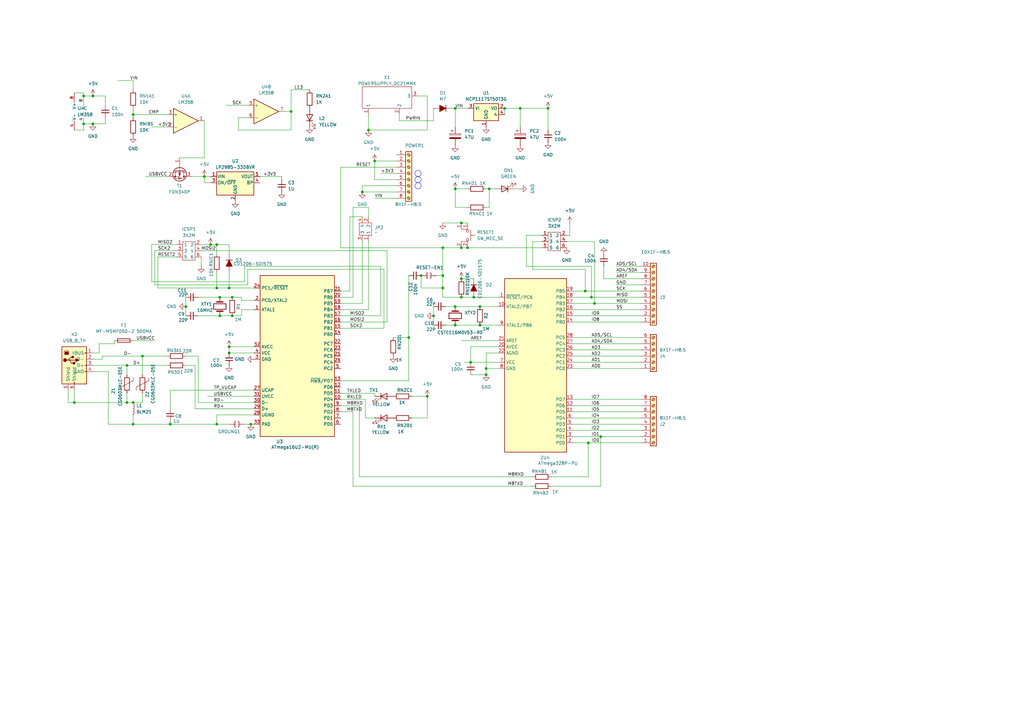
<source format=kicad_sch>
(kicad_sch (version 20231120) (generator "eeschema") (generator_version "8.0")
  (paper "A3")
  (lib_symbols
    (symbol "Amplifier_Operational:LM358" (pin_names (offset 0.127))
      (property "Reference" "U" (at 0 5.08 0))
      (property "Value" "LM358" (at 0 -5.08 0))
      (symbol "LM358_1_1"
        (pin output line (at 7.62 0 180) (length 2.54) (name "~") (number "1"))
        (pin input line (at -7.62 -2.54 0) (length 2.54) (name "-") (number "2"))
        (pin input line (at -7.62 2.54 0) (length 2.54) (name "+") (number "3"))
      )
      (symbol "LM358_2_1"
        (pin input line (at -7.62 2.54 0) (length 2.54) (name "+") (number "5"))
        (pin input line (at -7.62 -2.54 0) (length 2.54) (name "-") (number "6"))
        (pin output line (at 7.62 0 180) (length 2.54) (name "~") (number "7"))
      )
      (symbol "LM358_3_1"
        (pin power_in line (at -2.54 -7.62 90) (length 3.81) (name "V-") (number "4"))
        (pin power_in line (at -2.54 7.62 270) (length 3.81) (name "V+") (number "8"))
      )
    )
    (symbol "Connector:Screw_Terminal_01x06" (pin_names (offset 1.016) hide)
      (property "Reference" "J" (at 0 7.62 0))
      (property "Value" "Screw_Terminal_01x06" (at 0 -10.16 0))
      (symbol "Screw_Terminal_01x06_1_1"
        (pin passive line (at -5.08 5.08 0) (length 3.81) (name "Pin_1") (number "1"))
        (pin passive line (at -5.08 2.54 0) (length 3.81) (name "Pin_2") (number "2"))
        (pin passive line (at -5.08 0 0) (length 3.81) (name "Pin_3") (number "3"))
        (pin passive line (at -5.08 -2.54 0) (length 3.81) (name "Pin_4") (number "4"))
        (pin passive line (at -5.08 -5.08 0) (length 3.81) (name "Pin_5") (number "5"))
        (pin passive line (at -5.08 -7.62 0) (length 3.81) (name "Pin_6") (number "6"))
      )
    )
    (symbol "Connector:Screw_Terminal_01x08" (pin_names (offset 1.016) hide)
      (property "Reference" "J" (at 0 10.16 0))
      (property "Value" "Screw_Terminal_01x08" (at 0 -12.7 0))
      (symbol "Screw_Terminal_01x08_1_1"
        (pin passive line (at -5.08 7.62 0) (length 3.81) (name "Pin_1") (number "1"))
        (pin passive line (at -5.08 5.08 0) (length 3.81) (name "Pin_2") (number "2"))
        (pin passive line (at -5.08 2.54 0) (length 3.81) (name "Pin_3") (number "3"))
        (pin passive line (at -5.08 0 0) (length 3.81) (name "Pin_4") (number "4"))
        (pin passive line (at -5.08 -2.54 0) (length 3.81) (name "Pin_5") (number "5"))
        (pin passive line (at -5.08 -5.08 0) (length 3.81) (name "Pin_6") (number "6"))
        (pin passive line (at -5.08 -7.62 0) (length 3.81) (name "Pin_7") (number "7"))
        (pin passive line (at -5.08 -10.16 0) (length 3.81) (name "Pin_8") (number "8"))
      )
    )
    (symbol "Connector:Screw_Terminal_01x10" (pin_names (offset 1.016) hide)
      (property "Reference" "J" (at 0 12.7 0))
      (property "Value" "Screw_Terminal_01x10" (at 0 -15.24 0))
      (symbol "Screw_Terminal_01x10_1_1"
        (pin passive line (at -5.08 10.16 0) (length 3.81) (name "Pin_1") (number "1"))
        (pin passive line (at -5.08 -12.7 0) (length 3.81) (name "Pin_10") (number "10"))
        (pin passive line (at -5.08 7.62 0) (length 3.81) (name "Pin_2") (number "2"))
        (pin passive line (at -5.08 5.08 0) (length 3.81) (name "Pin_3") (number "3"))
        (pin passive line (at -5.08 2.54 0) (length 3.81) (name "Pin_4") (number "4"))
        (pin passive line (at -5.08 0 0) (length 3.81) (name "Pin_5") (number "5"))
        (pin passive line (at -5.08 -2.54 0) (length 3.81) (name "Pin_6") (number "6"))
        (pin passive line (at -5.08 -5.08 0) (length 3.81) (name "Pin_7") (number "7"))
        (pin passive line (at -5.08 -7.62 0) (length 3.81) (name "Pin_8") (number "8"))
        (pin passive line (at -5.08 -10.16 0) (length 3.81) (name "Pin_9") (number "9"))
      )
    )
    (symbol "Crystal_2" (pin_numbers hide) (pin_names (offset 1.016) hide)
      (property "Reference" "XTY2" (at 1.016 7.874 90))
      (property "Value" "CSTCE16M0V53-R0" (at -5.842 9.906 90))
      (symbol "Crystal_2_1_1"
        (pin passive line (at -3.81 0 0) (length 1.27) (name "1") (number "1"))
        (pin passive line (at 3.81 0 180) (length 1.27) (name "3") (number "3"))
      )
    )
    (symbol "Device:C_Polarized" (pin_numbers hide) (pin_names (offset 0.254))
      (property "Reference" "C" (at 0.635 2.54 0))
      (property "Value" "C_Polarized" (at 0.635 -2.54 0))
      (symbol "C_Polarized_1_1"
        (pin passive line (at 0 3.81 270) (length 2.794) (name "~") (number "1"))
        (pin passive line (at 0 -3.81 90) (length 2.794) (name "~") (number "2"))
      )
    )
    (symbol "Device:C_Small" (pin_numbers hide) (pin_names (offset 0.254) hide)
      (property "Reference" "C" (at 0.254 1.778 0))
      (property "Value" "C_Small" (at 0.254 -2.032 0))
      (symbol "C_Small_1_1"
        (pin passive line (at 0 2.54 270) (length 2.032) (name "~") (number "1"))
        (pin passive line (at 0 -2.54 90) (length 2.032) (name "~") (number "2"))
      )
    )
    (symbol "Device:Crystal" (pin_numbers hide) (pin_names (offset 1.016) hide)
      (property "Reference" "Y" (at 0 3.81 0))
      (property "Value" "Crystal" (at 0 -3.81 0))
      (symbol "Crystal_1_1"
        (pin passive line (at -3.81 0 0) (length 1.27) (name "1") (number "1"))
        (pin passive line (at 3.81 0 180) (length 1.27) (name "2") (number "2"))
      )
    )
    (symbol "Device:D_Filled" (pin_numbers hide) (pin_names (offset 1.016) hide)
      (property "Reference" "D" (at 0 2.54 0))
      (property "Value" "D_Filled" (at 0 -2.54 0))
      (symbol "D_Filled_1_1"
        (pin passive line (at -3.81 0 0) (length 2.54) (name "K") (number "1"))
        (pin passive line (at 3.81 0 180) (length 2.54) (name "A") (number "2"))
      )
    )
    (symbol "Device:Fuse" (pin_numbers hide) (pin_names (offset 0))
      (property "Reference" "F" (at 2.032 0 90))
      (property "Value" "Fuse" (at -1.905 0 90))
      (symbol "Fuse_1_1"
        (pin passive line (at 0 3.81 270) (length 1.27) (name "~") (number "1"))
        (pin passive line (at 0 -3.81 90) (length 1.27) (name "~") (number "2"))
      )
    )
    (symbol "Device:LED" (pin_numbers hide) (pin_names (offset 1.016) hide)
      (property "Reference" "D" (at 0 2.54 0))
      (property "Value" "LED" (at 0 -2.54 0))
      (symbol "LED_1_1"
        (pin passive line (at -3.81 0 0) (length 2.54) (name "K") (number "1"))
        (pin passive line (at 3.81 0 180) (length 2.54) (name "A") (number "2"))
      )
    )
    (symbol "Device:L_Small" (pin_numbers hide) (pin_names (offset 0.254) hide)
      (property "Reference" "L" (at 0.762 1.016 0))
      (property "Value" "L_Small" (at 0.762 -1.016 0))
      (symbol "L_Small_1_1"
        (pin passive line (at 0 2.54 270) (length 0.508) (name "~") (number "1"))
        (pin passive line (at 0 -2.54 90) (length 0.508) (name "~") (number "2"))
      )
    )
    (symbol "Device:R" (pin_numbers hide) (pin_names (offset 0))
      (property "Reference" "R" (at 2.032 0 90))
      (property "Value" "R" (at 0 0 90))
      (symbol "R_1_1"
        (pin passive line (at 0 3.81 270) (length 1.27) (name "~") (number "1"))
        (pin passive line (at 0 -3.81 90) (length 1.27) (name "~") (number "2"))
      )
    )
    (symbol "MCU_Microchip_ATmega:ATmega16U2-M"
      (property "Reference" "U3" (at 2.1941 -35.56 0))
      (property "Value" "ATmega16U2-MU(R)" (at 2.1941 -38.1 0))
      (symbol "ATmega16U2-M_1_1"
        (pin input line (at -17.78 19.05 0) (length 2.54) (name "XTAL1") (number "1"))
        (pin bidirectional line (at 17.78 -17.78 180) (length 2.54) (name "PD4") (number "10"))
        (pin bidirectional line (at 17.78 -15.24 180) (length 2.54) (name "PD5") (number "11"))
        (pin bidirectional line (at 17.78 -12.7 180) (length 2.54) (name "PD6") (number "12"))
        (pin bidirectional line (at 17.78 -10.16 180) (length 2.54) (name "~{HWB}/PD7") (number "13"))
        (pin bidirectional line (at 17.78 8.89 180) (length 2.54) (name "PB0") (number "14"))
        (pin bidirectional line (at 17.78 11.43 180) (length 2.54) (name "PB1") (number "15"))
        (pin bidirectional line (at 17.78 13.97 180) (length 2.54) (name "PB2") (number "16"))
        (pin bidirectional line (at 17.78 16.51 180) (length 2.54) (name "PB3") (number "17"))
        (pin bidirectional line (at 17.78 19.05 180) (length 2.54) (name "PB4") (number "18"))
        (pin bidirectional line (at 17.78 21.59 180) (length 2.54) (name "PB5") (number "19"))
        (pin bidirectional line (at -17.78 22.86 0) (length 2.54) (name "PC0/XTAL2") (number "2"))
        (pin bidirectional line (at 17.78 24.13 180) (length 2.54) (name "PB6") (number "20"))
        (pin bidirectional line (at 17.78 26.67 180) (length 2.54) (name "PB7") (number "21"))
        (pin bidirectional line (at 17.78 5.08 180) (length 2.54) (name "PC7") (number "22"))
        (pin bidirectional line (at 17.78 2.54 180) (length 2.54) (name "PC6") (number "23"))
        (pin bidirectional line (at -17.78 27.94 0) (length 2.54) (name "PC1/~{RESET}") (number "24"))
        (pin bidirectional line (at 17.78 0 180) (length 2.54) (name "PC5") (number "25"))
        (pin bidirectional line (at 17.78 -2.54 180) (length 2.54) (name "PC4") (number "26"))
        (pin passive line (at -17.78 -13.97 0) (length 2.54) (name "UCAP") (number "27"))
        (pin power_in line (at -17.78 -24.13 0) (length 2.54) (name "UGND") (number "28"))
        (pin bidirectional line (at -17.78 -21.59 0) (length 2.54) (name "D+") (number "29"))
        (pin power_in line (at -17.78 -1.27 0) (length 2.54) (name "GND") (number "3"))
        (pin bidirectional line (at -17.78 -19.05 0) (length 2.54) (name "D-") (number "30"))
        (pin power_in line (at -17.78 -16.51 0) (length 2.54) (name "UVCC") (number "31"))
        (pin power_in line (at -17.78 3.81 0) (length 2.54) (name "AVCC") (number "32"))
        (pin passive line (at -17.78 -27.94 0) (length 2.54) (name "PAD") (number "33"))
        (pin power_in line (at -17.78 1.27 0) (length 2.54) (name "VCC") (number "4"))
        (pin bidirectional line (at 17.78 -5.08 180) (length 2.54) (name "PC2") (number "5"))
        (pin bidirectional line (at 17.78 -27.94 180) (length 2.54) (name "PD0") (number "6"))
        (pin bidirectional line (at 17.78 -25.4 180) (length 2.54) (name "PD1") (number "7"))
        (pin bidirectional line (at 17.78 -22.86 180) (length 2.54) (name "PD2") (number "8"))
        (pin bidirectional line (at 17.78 -20.32 180) (length 2.54) (name "PD3") (number "9"))
      )
    )
    (symbol "MCU_Microchip_ATmega:ATmega328P-P"
      (property "Reference" "ZU4" (at 3.81 -37.846 0))
      (property "Value" "ATmega328P-PU" (at 9.144 -40.132 0))
      (symbol "ATmega328P-P_1_1"
        (pin bidirectional line (at -15.24 27.94 0) (length 2.54) (name "~{RESET}/PC6") (number "1"))
        (pin bidirectional line (at -15.24 24.13 0) (length 2.54) (name "XTAL2/PB7") (number "10"))
        (pin bidirectional line (at 15.24 -19.05 180) (length 2.54) (name "PD5") (number "11"))
        (pin bidirectional line (at 15.24 -16.51 180) (length 2.54) (name "PD6") (number "12"))
        (pin bidirectional line (at 15.24 -13.97 180) (length 2.54) (name "PD7") (number "13"))
        (pin bidirectional line (at 15.24 17.78 180) (length 2.54) (name "PB0") (number "14"))
        (pin bidirectional line (at 15.24 20.32 180) (length 2.54) (name "PB1") (number "15"))
        (pin bidirectional line (at 15.24 22.86 180) (length 2.54) (name "PB2") (number "16"))
        (pin bidirectional line (at 15.24 25.4 180) (length 2.54) (name "PB3") (number "17"))
        (pin bidirectional line (at 15.24 27.94 180) (length 2.54) (name "PB4") (number "18"))
        (pin bidirectional line (at 15.24 30.48 180) (length 2.54) (name "PB5") (number "19"))
        (pin bidirectional line (at 15.24 -31.75 180) (length 2.54) (name "PD0") (number "2"))
        (pin power_in line (at -15.24 7.62 0) (length 2.54) (name "AVCC") (number "20"))
        (pin passive line (at -15.24 10.16 0) (length 2.54) (name "AREF") (number "21"))
        (pin passive line (at -15.24 5.08 0) (length 2.54) (name "AGND") (number "22"))
        (pin bidirectional line (at 15.24 -1.27 180) (length 2.54) (name "PC0") (number "23"))
        (pin bidirectional line (at 15.24 1.27 180) (length 2.54) (name "PC1") (number "24"))
        (pin bidirectional line (at 15.24 3.81 180) (length 2.54) (name "PC2") (number "25"))
        (pin bidirectional line (at 15.24 6.35 180) (length 2.54) (name "PC3") (number "26"))
        (pin bidirectional line (at 15.24 8.89 180) (length 2.54) (name "PC4") (number "27"))
        (pin bidirectional line (at 15.24 11.43 180) (length 2.54) (name "PC5") (number "28"))
        (pin bidirectional line (at 15.24 -29.21 180) (length 2.54) (name "PD1") (number "3"))
        (pin bidirectional line (at 15.24 -26.67 180) (length 2.54) (name "PD2") (number "4"))
        (pin bidirectional line (at 15.24 -24.13 180) (length 2.54) (name "PD3") (number "5"))
        (pin bidirectional line (at 15.24 -21.59 180) (length 2.54) (name "PD4") (number "6"))
        (pin power_in line (at -15.24 1.27 0) (length 2.54) (name "VCC") (number "7"))
        (pin power_in line (at -15.24 -1.27 0) (length 2.54) (name "GND") (number "8"))
        (pin bidirectional line (at -15.24 16.51 0) (length 2.54) (name "XTAL1/PB6") (number "9"))
      )
    )
    (symbol "NCP1117-5.0_SOT223_1"
      (property "Reference" "U1" (at 0 6.35 0))
      (property "Value" "NCP1117ST50T3G" (at 0 3.81 0))
      (symbol "NCP1117-5.0_SOT223_1_1_1"
        (pin power_in line (at 0 -7.62 90) (length 2.54) (name "GND") (number "1"))
        (pin power_out line (at 7.62 0 180) (length 2.54) (name "VO") (number "2"))
        (pin power_in line (at -7.62 0 0) (length 2.54) (name "VI") (number "3"))
        (pin power_out line (at 7.62 -2.54 180) (length 2.54) (name "4") (number "4"))
      )
    )
    (symbol "R_1" (pin_numbers hide) (pin_names (offset 0))
      (property "Reference" "R2" (at -1.27 2.54 0))
      (property "Value" "1M" (at 2.794 1.016 90))
      (symbol "R_1_1_1"
        (pin passive line (at -3.81 0 0) (length 1.27) (name "~") (number "1"))
        (pin passive line (at 2.54 0 180) (length 1.27) (name "~") (number "2"))
      )
    )
    (symbol "R_Trim_1" (pin_numbers hide) (pin_names (offset 0))
      (property "Reference" "R3" (at 3.81 1.2701 0))
      (property "Value" "R_Trim" (at 3.81 -1.2699 0))
      (symbol "R_Trim_1_1_1"
        (pin passive line (at 0 3.81 270) (length 1.27) (name "~") (number "1"))
        (pin passive line (at 0 -3.81 90) (length 1.27) (name "~") (number "2"))
      )
    )
    (symbol "Regulator_Linear:LP2985-3.3" (pin_names (offset 0.254))
      (property "Reference" "U" (at -6.35 5.715 0))
      (property "Value" "LP2985-3.3" (at 0 5.715 0))
      (symbol "LP2985-3.3_1_1"
        (pin power_in line (at -10.16 2.54 0) (length 2.54) (name "VIN") (number "1"))
        (pin power_in line (at 0 -7.62 90) (length 2.54) (name "GND") (number "2"))
        (pin input line (at -10.16 0 0) (length 2.54) (name "ON/~{OFF}") (number "3"))
        (pin input line (at 10.16 0 180) (length 2.54) (name "BP") (number "4"))
        (pin power_out line (at 10.16 2.54 180) (length 2.54) (name "VOUT") (number "5"))
      )
    )
    (symbol "Switch:SW_MEC_5E" (pin_names (offset 1.016) hide)
      (property "Reference" "RESET1" (at -1.2701 6.35 90))
      (property "Value" "SW_MEC_5E" (at 1.2699 6.35 90))
      (symbol "SW_MEC_5E_0_1"
        (pin passive line (at -5.08 0 0) (length 2.54) (name "1") (number "1"))
        (pin passive line (at -5.08 2.54 0) (length 2.54) (name "1") (number "1"))
        (pin passive line (at 5.08 0 180) (length 2.54) (name "2") (number "2"))
        (pin passive line (at 5.08 2.54 180) (length 2.54) (name "2") (number "2"))
      )
    )
    (symbol "THUN88:2X2"
      (property "Reference" "JP" (at 0 0 0))
      (symbol "2X2_1_1"
        (pin passive line (at -5.08 -5.08 0) (length 2.54) (name "1") (number "1"))
        (pin passive line (at 5.08 -5.08 180) (length 2.54) (name "2") (number "2"))
        (pin passive line (at -5.08 -2.54 0) (length 2.54) (name "3") (number "3"))
        (pin passive line (at 5.08 -2.54 180) (length 2.54) (name "4") (number "4"))
      )
    )
    (symbol "THUN88:3X2"
      (property "Reference" "JP" (at 0 2.286 0))
      (symbol "3X2_1_1"
        (pin passive line (at -5.08 0 0) (length 2.54) (name "1") (number "1"))
        (pin passive line (at 5.08 0 180) (length 2.54) (name "2") (number "2"))
        (pin passive line (at -5.08 -2.54 0) (length 2.54) (name "3") (number "3"))
        (pin passive line (at 5.08 -2.54 180) (length 2.54) (name "4") (number "4"))
        (pin passive line (at -5.08 -5.08 0) (length 2.54) (name "5") (number "5"))
        (pin passive line (at 5.08 -5.08 180) (length 2.54) (name "6") (number "6"))
      )
    )
    (symbol "THUN88:POWERSUPPLY_DC21MMX"
      (property "Reference" "X" (at 0 0 0))
      (symbol "POWERSUPPLY_DC21MMX_1_1"
        (pin input line (at 2.54 -11.43 90) (length 2.54) (name "1") (number "1"))
        (pin output line (at 15.24 -11.43 90) (length 2.54) (name "2") (number "2"))
        (pin input line (at 22.86 -3.81 180) (length 2.54) (name "3") (number "3"))
      )
    )
    (symbol "Transistor_FET:FDN340P" (pin_names hide)
      (property "Reference" "Q" (at 5.08 1.905 0))
      (property "Value" "FDN340P" (at 5.08 0 0))
      (symbol "FDN340P_1_1"
        (pin input line (at -5.08 0 0) (length 2.54) (name "G") (number "1"))
        (pin passive line (at 2.54 -5.08 90) (length 2.54) (name "S") (number "2"))
        (pin passive line (at 2.54 5.08 270) (length 2.54) (name "D") (number "3"))
      )
    )
    (symbol "USB_B_1" (pin_names (offset 1.016))
      (property "Reference" "X2" (at 0 12.7 0))
      (property "Value" "USB_B_TH" (at 0 10.16 0))
      (symbol "USB_B_1_1_1"
        (pin power_out line (at 7.62 5.08 180) (length 2.54) (name "VBUS") (number "1"))
        (pin bidirectional line (at 7.62 2.54 180) (length 2.54) (name "D-") (number "2"))
        (pin bidirectional line (at 7.62 0 180) (length 2.54) (name "D+") (number "3"))
        (pin power_out line (at 7.62 -2.54 180) (length 2.54) (name "GND") (number "4"))
        (pin passive line (at -2.54 -10.16 90) (length 2.54) (name "Shield") (number "5"))
        (pin passive line (at 0 -10.16 90) (length 2.54) (name "Shield") (number "6"))
      )
    )
    (symbol "power:+5V" (power) (pin_numbers hide) (pin_names (offset 0) hide)
      (property "Value" "+5V" (at 0 3.556 0))
      (symbol "+5V_1_1"
        (pin power_in line (at 0 0 90) (length 0) (name "~") (number "1"))
      )
    )
    (symbol "power:GND" (power) (pin_numbers hide) (pin_names (offset 0) hide)
      (property "Value" "GND" (at 0 -3.81 0))
      (symbol "GND_1_1"
        (pin power_in line (at 0 0 270) (length 0) (name "~") (number "1"))
      )
    )
  )
  (junction (at 196.85 125.73))
  (junction (at 88.9 100.33))
  (junction (at 83.82 72.39))
  (junction (at 52.07 165.1))
  (junction (at 189.23 101.6))
  (junction (at 189.23 121.92))
  (junction (at 194.31 121.92))
  (junction (at 52.07 149.86))
  (junction (at 242.57 121.92))
  (junction (at 54.61 46.99))
  (junction (at 175.26 162.56))
  (junction (at 153.67 66.04))
  (junction (at 191.77 101.6))
  (junction (at 181.61 101.6))
  (junction (at 224.79 44.45))
  (junction (at 69.85 173.99))
  (junction (at 30.48 165.1))
  (junction (at 186.69 77.47))
  (junction (at 193.04 148.59))
  (junction (at 181.61 113.03))
  (junction (at 93.98 144.78))
  (junction (at 186.69 133.35))
  (junction (at 246.38 179.07))
  (junction (at 243.84 124.46))
  (junction (at 196.85 133.35))
  (junction (at 90.17 129.54))
  (junction (at 167.64 138.43))
  (junction (at 186.69 125.73))
  (junction (at 189.23 91.44))
  (junction (at 189.23 114.3))
  (junction (at 241.3 181.61))
  (junction (at 93.98 118.11))
  (junction (at 172.72 113.03))
  (junction (at 148.59 78.74))
  (junction (at 200.66 77.47))
  (junction (at 213.36 44.45))
  (junction (at 88.9 118.11))
  (junction (at 86.36 100.33))
  (junction (at 54.61 173.99))
  (junction (at 38.1 39.37))
  (junction (at 95.25 129.54))
  (junction (at 151.13 53.34))
  (junction (at 88.9 173.99))
  (junction (at 199.39 153.67))
  (junction (at 207.01 44.45))
  (junction (at 76.2 125.73))
  (junction (at 54.61 165.1))
  (junction (at 34.29 39.37))
  (junction (at 38.1 50.8))
  (junction (at 177.8 129.54))
  (junction (at 58.42 146.05))
  (junction (at 93.98 142.24))
  (junction (at 181.61 118.11))
  (junction (at 119.38 45.72))
  (junction (at 102.87 173.99))
  (junction (at 186.69 44.45))
  (junction (at 34.29 50.8))
  (junction (at 240.03 119.38))
  (junction (at 95.25 121.92))
  (junction (at 90.17 121.92))
  (junction (at 199.39 151.13))
  (wire (pts (xy 204.47 144.78) (xy 199.39 144.78)))
  (wire (pts (xy 93.98 118.11) (xy 88.9 118.11)))
  (wire (pts (xy 43.18 39.37) (xy 38.1 39.37)))
  (wire (pts (xy 34.29 48.26) (xy 34.29 50.8)))
  (wire (pts (xy 62.23 100.33) (xy 72.39 100.33)))
  (wire (pts (xy 234.95 132.08) (xy 262.89 132.08)))
  (wire (pts (xy 222.25 99.06) (xy 218.44 99.06)))
  (wire (pts (xy 189.23 121.92) (xy 194.31 121.92)))
  (wire (pts (xy 186.69 125.73) (xy 196.85 125.73)))
  (wire (pts (xy 151.13 46.99) (xy 151.13 53.34)))
  (wire (pts (xy 143.51 88.9) (xy 143.51 119.38)))
  (wire (pts (xy 153.67 81.28) (xy 162.56 81.28)))
  (wire (pts (xy 85.09 162.56) (xy 104.14 162.56)))
  (wire (pts (xy 69.85 160.02) (xy 69.85 167.64)))
  (wire (pts (xy 252.73 109.22) (xy 262.89 109.22)))
  (wire (pts (xy 97.79 53.34) (xy 119.38 53.34)))
  (wire (pts (xy 88.9 118.11) (xy 64.77 118.11)))
  (wire (pts (xy 58.42 161.29) (xy 58.42 165.1)))
  (wire (pts (xy 151.13 127) (xy 139.7 127)))
  (wire (pts (xy 63.5 116.84) (xy 63.5 102.87)))
  (wire (pts (xy 119.38 36.83) (xy 127 36.83)))
  (wire (pts (xy 40.64 144.78) (xy 40.64 140.97)))
  (wire (pts (xy 52.07 149.86) (xy 68.58 149.86)))
  (wire (pts (xy 181.61 121.92) (xy 181.61 118.11)))
  (wire (pts (xy 168.91 162.56) (xy 175.26 162.56)))
  (wire (pts (xy 191.77 101.6) (xy 222.25 101.6)))
  (wire (pts (xy 151.13 85.09) (xy 144.78 85.09)))
  (wire (pts (xy 43.18 43.18) (xy 43.18 39.37)))
  (wire (pts (xy 83.82 49.53) (xy 83.82 64.77)))
  (wire (pts (xy 41.91 146.05) (xy 58.42 146.05)))
  (wire (pts (xy 69.85 173.99) (xy 88.9 173.99)))
  (wire (pts (xy 34.29 38.1) (xy 30.48 38.1)))
  (wire (pts (xy 179.07 113.03) (xy 181.61 113.03)))
  (wire (pts (xy 204.47 142.24) (xy 193.04 142.24)))
  (wire (pts (xy 27.94 165.1) (xy 27.94 160.02)))
  (wire (pts (xy 199.39 151.13) (xy 204.47 151.13)))
  (wire (pts (xy 78.74 72.39) (xy 83.82 72.39)))
  (wire (pts (xy 30.48 160.02) (xy 30.48 165.1)))
  (wire (pts (xy 104.14 142.24) (xy 93.98 142.24)))
  (wire (pts (xy 234.95 121.92) (xy 242.57 121.92)))
  (wire (pts (xy 93.98 100.33) (xy 93.98 104.14)))
  (wire (pts (xy 207.01 44.45) (xy 207.01 46.99)))
  (wire (pts (xy 92.71 43.18) (xy 101.6 43.18)))
  (wire (pts (xy 234.95 171.45) (xy 262.89 171.45)))
  (wire (pts (xy 156.21 129.54) (xy 156.21 109.22)))
  (wire (pts (xy 86.36 100.33) (xy 88.9 100.33)))
  (wire (pts (xy 54.61 170.18) (xy 54.61 173.99)))
  (wire (pts (xy 171.45 39.37) (xy 175.26 39.37)))
  (wire (pts (xy 139.7 166.37) (xy 147.32 166.37)))
  (wire (pts (xy 240.03 110.49) (xy 240.03 119.38)))
  (wire (pts (xy 95.25 121.92) (xy 99.06 121.92)))
  (wire (pts (xy 200.66 77.47) (xy 200.66 85.09)))
  (wire (pts (xy 83.82 72.39) (xy 86.36 72.39)))
  (wire (pts (xy 215.9 96.52) (xy 215.9 109.22)))
  (wire (pts (xy 115.57 72.39) (xy 115.57 73.66)))
  (wire (pts (xy 232.41 99.06) (xy 243.84 99.06)))
  (wire (pts (xy 88.9 111.76) (xy 88.9 118.11)))
  (wire (pts (xy 86.36 74.93) (xy 83.82 74.93)))
  (wire (pts (xy 191.77 77.47) (xy 186.69 77.47)))
  (wire (pts (xy 139.7 101.6) (xy 181.61 101.6)))
  (wire (pts (xy 213.36 44.45) (xy 224.79 44.45)))
  (wire (pts (xy 147.32 195.58) (xy 218.44 195.58)))
  (wire (pts (xy 82.55 100.33) (xy 86.36 100.33)))
  (wire (pts (xy 54.61 173.99) (xy 69.85 173.99)))
  (wire (pts (xy 52.07 165.1) (xy 30.48 165.1)))
  (wire (pts (xy 81.28 129.54) (xy 90.17 129.54)))
  (wire (pts (xy 242.57 121.92) (xy 262.89 121.92)))
  (wire (pts (xy 199.39 77.47) (xy 200.66 77.47)))
  (wire (pts (xy 234.95 176.53) (xy 262.89 176.53)))
  (wire (pts (xy 147.32 166.37) (xy 147.32 195.58)))
  (wire (pts (xy 226.06 199.39) (xy 246.38 199.39)))
  (wire (pts (xy 83.82 64.77) (xy 73.66 64.77)))
  (wire (pts (xy 101.6 116.84) (xy 63.5 116.84)))
  (wire (pts (xy 177.8 125.73) (xy 177.8 129.54)))
  (wire (pts (xy 104.14 170.18) (xy 88.9 170.18)))
  (wire (pts (xy 41.91 147.32) (xy 38.1 147.32)))
  (wire (pts (xy 41.91 146.05) (xy 41.91 147.32)))
  (wire (pts (xy 64.77 118.11) (xy 64.77 105.41)))
  (wire (pts (xy 189.23 114.3) (xy 194.31 114.3)))
  (wire (pts (xy 144.78 199.39) (xy 144.78 168.91)))
  (wire (pts (xy 44.45 152.4) (xy 44.45 173.99)))
  (wire (pts (xy 222.25 96.52) (xy 215.9 96.52)))
  (wire (pts (xy 54.61 46.99) (xy 54.61 48.26)))
  (wire (pts (xy 262.89 114.3) (xy 247.65 114.3)))
  (wire (pts (xy 162.56 76.2) (xy 148.59 76.2)))
  (wire (pts (xy 38.1 152.4) (xy 44.45 152.4)))
  (wire (pts (xy 52.07 161.29) (xy 52.07 165.1)))
  (wire (pts (xy 119.38 53.34) (xy 119.38 45.72)))
  (wire (pts (xy 234.95 119.38) (xy 240.03 119.38)))
  (wire (pts (xy 241.3 195.58) (xy 241.3 181.61)))
  (wire (pts (xy 234.95 146.05) (xy 262.89 146.05)))
  (wire (pts (xy 88.9 170.18) (xy 88.9 173.99)))
  (wire (pts (xy 139.7 129.54) (xy 156.21 129.54)))
  (wire (pts (xy 233.68 96.52) (xy 232.41 96.52)))
  (wire (pts (xy 181.61 101.6) (xy 189.23 101.6)))
  (wire (pts (xy 210.82 77.47) (xy 213.36 77.47)))
  (wire (pts (xy 58.42 146.05) (xy 58.42 153.67)))
  (wire (pts (xy 58.42 146.05) (xy 68.58 146.05)))
  (wire (pts (xy 100.33 173.99) (xy 102.87 173.99)))
  (wire (pts (xy 88.9 100.33) (xy 88.9 104.14)))
  (wire (pts (xy 234.95 181.61) (xy 241.3 181.61)))
  (wire (pts (xy 181.61 121.92) (xy 189.23 121.92)))
  (wire (pts (xy 102.87 173.99) (xy 104.14 173.99)))
  (wire (pts (xy 186.69 44.45) (xy 191.77 44.45)))
  (wire (pts (xy 144.78 199.39) (xy 218.44 199.39)))
  (wire (pts (xy 30.48 53.34) (xy 34.29 53.34)))
  (wire (pts (xy 80.01 149.86) (xy 80.01 167.64)))
  (wire (pts (xy 54.61 44.45) (xy 54.61 46.99)))
  (wire (pts (xy 213.36 44.45) (xy 213.36 52.07)))
  (wire (pts (xy 93.98 142.24) (xy 93.98 144.78)))
  (wire (pts (xy 218.44 99.06) (xy 218.44 110.49)))
  (wire (pts (xy 119.38 45.72) (xy 119.38 36.83)))
  (wire (pts (xy 38.1 149.86) (xy 52.07 149.86)))
  (wire (pts (xy 153.67 161.29) (xy 153.67 162.56)))
  (wire (pts (xy 54.61 46.99) (xy 68.58 46.99)))
  (wire (pts (xy 54.61 165.1) (xy 58.42 165.1)))
  (wire (pts (xy 64.77 105.41) (xy 72.39 105.41)))
  (wire (pts (xy 181.61 91.44) (xy 189.23 91.44)))
  (wire (pts (xy 81.28 121.92) (xy 90.17 121.92)))
  (wire (pts (xy 48.26 33.02) (xy 54.61 33.02)))
  (wire (pts (xy 99.06 123.19) (xy 104.14 123.19)))
  (wire (pts (xy 167.64 156.21) (xy 139.7 156.21)))
  (wire (pts (xy 93.98 111.76) (xy 93.98 118.11)))
  (wire (pts (xy 76.2 149.86) (xy 80.01 149.86)))
  (wire (pts (xy 243.84 99.06) (xy 243.84 124.46)))
  (wire (pts (xy 234.95 179.07) (xy 246.38 179.07)))
  (wire (pts (xy 153.67 73.66) (xy 153.67 66.04)))
  (wire (pts (xy 156.21 71.12) (xy 162.56 71.12)))
  (wire (pts (xy 76.2 121.92) (xy 76.2 125.73)))
  (wire (pts (xy 148.59 78.74) (xy 162.56 78.74)))
  (wire (pts (xy 175.26 162.56) (xy 175.26 171.45)))
  (wire (pts (xy 99.06 127) (xy 99.06 129.54)))
  (wire (pts (xy 246.38 199.39) (xy 246.38 179.07)))
  (wire (pts (xy 193.04 153.67) (xy 199.39 153.67)))
  (wire (pts (xy 185.42 44.45) (xy 186.69 44.45)))
  (wire (pts (xy 181.61 118.11) (xy 181.61 113.03)))
  (wire (pts (xy 252.73 116.84) (xy 262.89 116.84)))
  (wire (pts (xy 82.55 105.41) (xy 82.55 109.22)))
  (wire (pts (xy 100.33 115.57) (xy 62.23 115.57)))
  (wire (pts (xy 139.7 163.83) (xy 149.86 163.83)))
  (wire (pts (xy 99.06 129.54) (xy 95.25 129.54)))
  (wire (pts (xy 186.69 77.47) (xy 186.69 85.09)))
  (wire (pts (xy 76.2 125.73) (xy 76.2 129.54)))
  (wire (pts (xy 97.79 48.26) (xy 97.79 53.34)))
  (wire (pts (xy 88.9 100.33) (xy 93.98 100.33)))
  (wire (pts (xy 186.69 44.45) (xy 186.69 52.07)))
  (wire (pts (xy 93.98 144.78) (xy 104.14 144.78)))
  (wire (pts (xy 69.85 172.72) (xy 69.85 173.99)))
  (wire (pts (xy 52.07 165.1) (xy 54.61 165.1)))
  (wire (pts (xy 34.29 39.37) (xy 34.29 44.45)))
  (wire (pts (xy 90.17 121.92) (xy 95.25 121.92)))
  (wire (pts (xy 157.48 110.49) (xy 101.6 110.49)))
  (wire (pts (xy 234.95 140.97) (xy 262.89 140.97)))
  (wire (pts (xy 38.1 50.8) (xy 34.29 50.8)))
  (wire (pts (xy 200.66 77.47) (xy 203.2 77.47)))
  (wire (pts (xy 193.04 142.24) (xy 193.04 148.59)))
  (wire (pts (xy 243.84 124.46) (xy 262.89 124.46)))
  (wire (pts (xy 143.51 119.38) (xy 139.7 119.38)))
  (wire (pts (xy 207.01 44.45) (xy 213.36 44.45)))
  (wire (pts (xy 234.95 151.13) (xy 262.89 151.13)))
  (wire (pts (xy 153.67 66.04) (xy 162.56 66.04)))
  (wire (pts (xy 175.26 53.34) (xy 151.13 53.34)))
  (wire (pts (xy 44.45 173.99) (xy 54.61 173.99)))
  (wire (pts (xy 144.78 121.92) (xy 139.7 121.92)))
  (wire (pts (xy 76.2 146.05) (xy 81.28 146.05)))
  (wire (pts (xy 224.79 44.45) (xy 224.79 53.34)))
  (wire (pts (xy 81.28 146.05) (xy 81.28 165.1)))
  (wire (pts (xy 38.1 39.37) (xy 34.29 39.37)))
  (wire (pts (xy 40.64 140.97) (xy 46.99 140.97)))
  (wire (pts (xy 158.75 132.08) (xy 139.7 132.08)))
  (wire (pts (xy 157.48 134.62) (xy 157.48 110.49)))
  (wire (pts (xy 101.6 110.49) (xy 101.6 116.84)))
  (wire (pts (xy 104.14 127) (xy 99.06 127)))
  (wire (pts (xy 104.14 165.1) (xy 81.28 165.1)))
  (wire (pts (xy 242.57 109.22) (xy 242.57 121.92)))
  (wire (pts (xy 34.29 39.37) (xy 34.29 38.1)))
  (wire (pts (xy 144.78 85.09) (xy 144.78 121.92)))
  (wire (pts (xy 148.59 76.2) (xy 148.59 78.74)))
  (wire (pts (xy 199.39 85.09) (xy 200.66 85.09)))
  (wire (pts (xy 186.69 85.09) (xy 191.77 85.09)))
  (wire (pts (xy 148.59 124.46) (xy 139.7 124.46)))
  (wire (pts (xy 189.23 139.7) (xy 204.47 139.7)))
  (wire (pts (xy 190.5 148.59) (xy 193.04 148.59)))
  (wire (pts (xy 30.48 165.1) (xy 27.94 165.1)))
  (wire (pts (xy 52.07 149.86) (xy 52.07 153.67)))
  (wire (pts (xy 106.68 72.39) (xy 115.57 72.39)))
  (wire (pts (xy 196.85 125.73) (xy 204.47 125.73)))
  (wire (pts (xy 139.7 161.29) (xy 153.67 161.29)))
  (wire (pts (xy 246.38 179.07) (xy 262.89 179.07)))
  (wire (pts (xy 43.18 50.8) (xy 38.1 50.8)))
  (wire (pts (xy 177.8 44.45) (xy 177.8 49.53)))
  (wire (pts (xy 148.59 88.9) (xy 143.51 88.9)))
  (wire (pts (xy 63.5 102.87) (xy 72.39 102.87)))
  (wire (pts (xy 240.03 119.38) (xy 262.89 119.38)))
  (wire (pts (xy 62.23 52.07) (xy 68.58 52.07)))
  (wire (pts (xy 149.86 163.83) (xy 149.86 171.45)))
  (wire (pts (xy 149.86 171.45) (xy 153.67 171.45)))
  (wire (pts (xy 177.8 129.54) (xy 177.8 133.35)))
  (wire (pts (xy 233.68 91.44) (xy 233.68 96.52)))
  (wire (pts (xy 234.95 173.99) (xy 262.89 173.99)))
  (wire (pts (xy 34.29 50.8) (xy 34.29 53.34)))
  (wire (pts (xy 189.23 91.44) (xy 191.77 91.44)))
  (wire (pts (xy 59.69 72.39) (xy 68.58 72.39)))
  (wire (pts (xy 83.82 72.39) (xy 83.82 74.93)))
  (wire (pts (xy 162.56 73.66) (xy 153.67 73.66)))
  (wire (pts (xy 234.95 127) (xy 262.89 127)))
  (wire (pts (xy 163.83 49.53) (xy 177.8 49.53)))
  (wire (pts (xy 101.6 48.26) (xy 97.79 48.26)))
  (wire (pts (xy 241.3 181.61) (xy 262.89 181.61)))
  (wire (pts (xy 186.69 133.35) (xy 196.85 133.35)))
  (wire (pts (xy 99.06 121.92) (xy 99.06 123.19)))
  (wire (pts (xy 38.1 144.78) (xy 40.64 144.78)))
  (wire (pts (xy 199.39 151.13) (xy 199.39 153.67)))
  (wire (pts (xy 54.61 36.83) (xy 54.61 33.02)))
  (wire (pts (xy 215.9 109.22) (xy 242.57 109.22)))
  (wire (pts (xy 175.26 39.37) (xy 175.26 53.34)))
  (wire (pts (xy 234.95 166.37) (xy 262.89 166.37)))
  (wire (pts (xy 161.29 138.43) (xy 167.64 138.43)))
  (wire (pts (xy 156.21 109.22) (xy 100.33 109.22)))
  (wire (pts (xy 139.7 134.62) (xy 157.48 134.62)))
  (wire (pts (xy 193.04 148.59) (xy 204.47 148.59)))
  (wire (pts (xy 167.64 113.03) (xy 167.64 138.43)))
  (wire (pts (xy 144.78 168.91) (xy 139.7 168.91)))
  (wire (pts (xy 46.99 140.97) (xy 46.99 139.7)))
  (wire (pts (xy 95.25 129.54) (xy 90.17 129.54)))
  (wire (pts (xy 252.73 111.76) (xy 262.89 111.76)))
  (wire (pts (xy 175.26 171.45) (xy 168.91 171.45)))
  (wire (pts (xy 247.65 109.22) (xy 247.65 114.3)))
  (wire (pts (xy 199.39 144.78) (xy 199.39 151.13)))
  (wire (pts (xy 234.95 163.83) (xy 262.89 163.83)))
  (wire (pts (xy 151.13 99.06) (xy 151.13 127)))
  (wire (pts (xy 148.59 99.06) (xy 148.59 124.46)))
  (wire (pts (xy 172.72 113.03) (xy 172.72 118.11)))
  (wire (pts (xy 151.13 88.9) (xy 151.13 85.09)))
  (wire (pts (xy 234.95 148.59) (xy 262.89 148.59)))
  (wire (pts (xy 172.72 118.11) (xy 181.61 118.11)))
  (wire (pts (xy 234.95 138.43) (xy 262.89 138.43)))
  (wire (pts (xy 234.95 143.51) (xy 262.89 143.51)))
  (wire (pts (xy 182.88 125.73) (xy 186.69 125.73)))
  (wire (pts (xy 104.14 118.11) (xy 93.98 118.11)))
  (wire (pts (xy 218.44 110.49) (xy 240.03 110.49)))
  (wire (pts (xy 82.55 102.87) (xy 158.75 102.87)))
  (wire (pts (xy 54.61 139.7) (xy 63.5 139.7)))
  (wire (pts (xy 234.95 168.91) (xy 262.89 168.91)))
  (wire (pts (xy 234.95 129.54) (xy 262.89 129.54)))
  (wire (pts (xy 139.7 68.58) (xy 139.7 101.6)))
  (wire (pts (xy 104.14 167.64) (xy 80.01 167.64)))
  (wire (pts (xy 88.9 173.99) (xy 93.98 173.99)))
  (wire (pts (xy 167.64 138.43) (xy 167.64 156.21)))
  (wire (pts (xy 194.31 121.92) (xy 204.47 121.92)))
  (wire (pts (xy 69.85 160.02) (xy 104.14 160.02)))
  (wire (pts (xy 226.06 195.58) (xy 241.3 195.58)))
  (wire (pts (xy 182.88 133.35) (xy 186.69 133.35)))
  (wire (pts (xy 116.84 45.72) (xy 119.38 45.72)))
  (wire (pts (xy 234.95 124.46) (xy 243.84 124.46)))
  (wire (pts (xy 139.7 68.58) (xy 162.56 68.58)))
  (wire (pts (xy 189.23 101.6) (xy 191.77 101.6)))
  (wire (pts (xy 163.83 46.99) (xy 163.83 49.53)))
  (wire (pts (xy 181.61 113.03) (xy 181.61 101.6)))
  (wire (pts (xy 62.23 115.57) (xy 62.23 100.33)))
  (wire (pts (xy 100.33 109.22) (xy 100.33 115.57)))
  (wire (pts (xy 196.85 133.35) (xy 204.47 133.35)))
  (wire (pts (xy 158.75 102.87) (xy 158.75 132.08)))
  (wire (pts (xy 43.18 48.26) (xy 43.18 50.8)))
  (circle (center 171.45 73.66) (radius 1.27))
  (circle (center 171.45 71.12) (radius 1.27))
  (circle (center 171.45 76.2) (radius 1.27))
  (label "SCK" (at 95.25 43.18 0))
  (label "MISO" (at 252.73 121.92 0))
  (label "VIN" (at 53.34 33.02 0))
  (label "IO9" (at 242.57 129.54 0))
  (label "L13" (at 120.65 36.83 0))
  (label "IO0" (at 242.57 181.61 0))
  (label "RESET" (at 146.05 68.58 0))
  (label "USBVCC" (at 55.88 139.7 0))
  (label "SS" (at 252.73 127 0))
  (label "+3V3" (at 107.95 72.39 0))
  (label "TXLED" (at 142.24 161.29 0))
  (label "AD1" (at 242.57 148.59 0))
  (label "M8TXD" (at 142.24 168.91 0))
  (label "IO1" (at 242.57 179.07 0))
  (label "D-" (at 50.8 146.05 0))
  (label "MOSI" (at 252.73 124.46 0))
  (label "+3V3" (at 156.21 71.12 0))
  (label "AD5{slash}SCL" (at 242.57 138.43 0))
  (label "VIN" (at 186.69 44.45 0))
  (label "4" (at 34.29 49.53 90))
  (label "IO7" (at 242.57 163.83 0))
  (label "AD2" (at 242.57 146.05 0))
  (label "CMP" (at 60.96 46.99 0))
  (label "AD5{slash}SCL" (at 252.73 109.22 0))
  (label "RD+" (at 87.63 167.64 0))
  (label "D+" (at 54.61 149.86 0))
  (label "+3V3" (at 64.77 52.07 0))
  (label "RD-" (at 87.63 165.1 0))
  (label "MISO2" (at 143.51 129.54 0))
  (label "SCK2" (at 143.51 134.62 0))
  (label "SCK2" (at 64.77 102.87 0))
  (label "USBVCC" (at 60.96 72.39 0))
  (label "AD4{slash}SDA" (at 252.73 111.76 0))
  (label "IO8" (at 242.57 132.08 0))
  (label "MOSI2" (at 143.51 132.08 0))
  (label "IO4" (at 242.57 171.45 0))
  (label "VIN" (at 153.67 81.28 0))
  (label "AD4{slash}SDA" (at 242.57 140.97 0))
  (label "MISO2" (at 64.77 100.33 0))
  (label "IO5" (at 242.57 168.91 0))
  (label "PWRIN" (at 166.37 49.53 0))
  (label "SCK" (at 252.73 119.38 0))
  (label "IO3" (at 242.57 173.99 0))
  (label "8" (at 34.29 41.91 90))
  (label "AREF" (at 193.04 139.7 0))
  (label "M8TXD" (at 208.28 199.39 0))
  (label "AD3" (at 242.57 143.51 0))
  (label "RXLED" (at 142.24 163.83 0))
  (label "M8RXD" (at 142.24 166.37 0))
  (label "IO2" (at 242.57 176.53 0))
  (label "RESET2" (at 64.77 105.41 0))
  (label "TP_VUCAP" (at 87.63 160.02 0))
  (label "USBVCC" (at 87.63 162.56 0))
  (label "IO6" (at 242.57 166.37 0))
  (label "AREF" (at 252.73 114.3 0))
  (label "GND" (at 252.73 116.84 0))
  (label "M8RXD" (at 208.28 195.58 0))
  (label "MOSI2" (at 82.55 102.87 0))
  (label "AD0" (at 242.57 151.13 0))
  (symbol (lib_id "power:GND") (at 96.52 82.55 0) (unit 1)
    (property "Reference" "#PWR05" (effects (hide yes)))
    (property "Value" "GND" (at 96.52 87.63 0))
    (property "Description" "Power symbol creates a global label with name \"GND\" , ground" (effects (hide yes)))
  )
  (symbol (lib_id "power:GND") (at 186.69 59.69 0) (unit 1)
    (property "Reference" "#PWR010" (effects (hide yes)))
    (property "Value" "GND" (at 186.69 64.77 0))
    (property "Description" "Power symbol creates a global label with name \"GND\" , ground" (effects (hide yes)))
  )
  (symbol (lib_id "THUN88:3X2") (at 227.33 96.52 0) (unit 1)
    (property "Reference" "ICSP2" (at 227.33 90.17 0))
    (property "Value" "3X2M" (at 227.33 92.71 0))
    (property "Footprint" "THUN888:HDR-F-2.54_2X3" (effects (hide yes)))
  )
  (symbol (lib_id "Device:D_Filled") (at 181.61 44.45 180) (unit 1)
    (property "Reference" "D1" (at 181.61 38.1 0))
    (property "Value" "M7" (at 181.61 40.64 0))
    (property "Footprint" "THUN888:SMA_L4.4-W2.8-LS5.4-RD" (effects (hide yes)))
    (property "Description" "Diode, filled shape" (effects (hide yes)))
    (property "Sim.Device" "D" (effects (hide yes)))
    (property "Sim.Pins" "1=K 2=A" (effects (hide yes)))
  )
  (symbol (lib_id "Device:C_Small") (at 180.34 125.73 90) (unit 1)
    (property "Reference" "C6" (at 176.276 122.936 90))
    (property "Value" "22P" (at 176.784 124.714 90))
    (property "Footprint" "Capacitor_SMD:C_0603_1608Metric" (effects (hide yes)))
    (property "Description" "Unpolarized capacitor, small symbol" (effects (hide yes)))
  )
  (symbol (lib_id "Device:C_Small") (at 193.04 151.13 0) (unit 1)
    (property "Reference" "C5" (at 186.436 149.352 0) (effects (justify left)))
    (property "Value" "100n" (at 184.912 151.384 0) (effects (justify left)))
    (property "Footprint" "Capacitor_SMD:C_0603_1608Metric" (effects (hide yes)))
    (property "Description" "Unpolarized capacitor, small symbol" (effects (hide yes)))
  )
  (symbol (lib_id "power:+5V") (at 186.69 77.47 0) (unit 1)
    (property "Reference" "#PWR015" (effects (hide yes)))
    (property "Value" "+5V" (at 186.69 72.39 0))
    (property "Description" "Power symbol creates a global label with name \"+5V\"" (effects (hide yes)))
  )
  (symbol (lib_id "power:GND") (at 76.2 125.73 270) (unit 1)
    (property "Reference" "#PWR020" (effects (hide yes)))
    (property "Value" "GND" (at 72.39 125.7299 90) (effects (justify right)))
    (property "Description" "Power symbol creates a global label with name \"GND\" , ground" (effects (hide yes)))
  )
  (symbol (lib_id "Device:Fuse") (at 50.8 139.7 90) (unit 1)
    (property "Reference" "F1" (at 50.8 133.35 90))
    (property "Value" "MF-MSMF050-2 500MA" (at 50.8 135.89 90))
    (property "Footprint" "THUN888:F1206" (effects (hide yes)))
    (property "Description" "Fuse" (effects (hide yes)))
  )
  (symbol (lib_id "power:GND") (at 148.59 78.74 0) (unit 1)
    (property "Reference" "#PWR017" (effects (hide yes)))
    (property "Value" "GND" (at 148.59 83.82 0))
    (property "Description" "Power symbol creates a global label with name \"GND\" , ground" (effects (hide yes)))
  )
  (symbol (lib_name "R_Trim_1") (lib_id "Device:R_Trim") (at 52.07 157.48 0) (unit 1)
    (property "Reference" "Z1" (at 46.482 161.544 90) (effects (justify left)))
    (property "Value" "CG0603MLC-05E" (at 49.276 166.624 90) (effects (justify left)))
    (property "Footprint" "Resistor_SMD:R_0603_1608Metric" (effects (hide yes)))
    (property "Description" "Trimmable resistor (preset resistor)" (effects (hide yes)))
  )
  (symbol (lib_name "R_1") (lib_id "Device:R") (at 176.53 113.03 0) (unit 1)
    (property "Reference" "RESET-EN1" (at 176.276 109.728 0))
    (property "Value" "1M" (effects (hide yes)))
    (property "Footprint" "THUN888:短接焊盘111" (effects (hide yes)))
    (property "Description" "Resistor" (effects (hide yes)))
  )
  (symbol (lib_id "Device:C_Small") (at 224.79 55.88 0) (unit 1)
    (property "Reference" "C2" (at 227.33 54.6162 0) (effects (justify left)))
    (property "Value" "100n" (at 227.33 57.1562 0) (effects (justify left)))
    (property "Footprint" "Capacitor_SMD:C_0603_1608Metric" (effects (hide yes)))
    (property "Description" "Unpolarized capacitor, small symbol" (effects (hide yes)))
  )
  (symbol (lib_id "Device:D_Filled") (at 93.98 107.95 270) (unit 1)
    (property "Reference" "D3" (at 96.52 106.6799 90) (effects (justify left)))
    (property "Value" "CD1206-SOI575" (at 95.758 108.204 90) (effects (justify left)))
    (property "Footprint" "THUN888:SMA_L4.4-W2.8-LS5.4-RD" (effects (hide yes)))
    (property "Description" "Diode, filled shape" (effects (hide yes)))
    (property "Sim.Device" "D" (effects (hide yes)))
    (property "Sim.Pins" "1=K 2=A" (effects (hide yes)))
  )
  (symbol (lib_id "power:GND") (at 161.29 146.05 0) (unit 1)
    (property "Reference" "#PWR031" (effects (hide yes)))
    (property "Value" "GND" (at 161.29 151.13 0))
    (property "Description" "Power symbol creates a global label with name \"GND\" , ground" (effects (hide yes)))
  )
  (symbol (lib_id "Connector:Screw_Terminal_01x10") (at 267.97 121.92 0) (mirror x) (unit 1)
    (property "Reference" "J3" (at 270.51 121.9201 0) (effects (justify left)))
    (property "Value" "10X1F-H8.5" (at 262.89 103.378 0) (effects (justify left)))
    (property "Footprint" "THUN888:HDR-F-2.54_1X10" (effects (hide yes)))
    (property "Description" "Generic screw terminal, single row, 01x10, script generated (kicad-library-utils/schlib/autogen/connector/)" (effects (hide yes)))
  )
  (symbol (lib_id "Switch:SW_MEC_5E") (at 189.23 96.52 270) (unit 1)
    (property "Reference" "RESET1" (at 195.58 95.2499 90) (effects (justify left)))
    (property "Value" "SW_MEC_5E" (at 195.58 97.7899 90) (effects (justify left)))
    (property "Footprint" "THUN888:SW-SMD_L3.9-W3.0-P4.45" (effects (hide yes)))
    (property "Datasheet" "http://www.apem.com/int/index.php?controller=attachment&id_attachment=1371" (effects (hide yes)))
    (property "Description" "MEC 5E single pole normally-open tactile switch" (effects (hide yes)))
  )
  (symbol (lib_id "power:+5V") (at 189.23 114.3 0) (unit 1)
    (property "Reference" "#PWR030" (effects (hide yes)))
    (property "Value" "+5V" (at 189.23 109.22 0))
    (property "Description" "Power symbol creates a global label with name \"+5V\"" (effects (hide yes)))
  )
  (symbol (lib_id "Device:R") (at 189.23 118.11 180) (unit 1)
    (property "Reference" "RN1D1" (at 191.77 114.808 90) (effects (justify left)))
    (property "Value" "10K" (at 191.77 111.506 90) (effects (justify left)))
    (property "Footprint" "Resistor_SMD:R_0603_1608Metric" (effects (hide yes)))
    (property "Description" "Resistor" (effects (hide yes)))
  )
  (symbol (lib_id "power:GND") (at 247.65 104.14 180) (unit 1)
    (property "Reference" "#PWR025" (effects (hide yes)))
    (property "Value" "GND" (at 247.65 99.06 0))
    (property "Description" "Power symbol creates a global label with name \"GND\" , ground" (effects (hide yes)))
  )
  (symbol (lib_id "power:+5V") (at 83.82 72.39 0) (unit 1)
    (property "Reference" "#PWR04" (effects (hide yes)))
    (property "Value" "+5V" (at 83.82 67.31 0))
    (property "Description" "Power symbol creates a global label with name \"+5V\"" (effects (hide yes)))
  )
  (symbol (lib_name "NCP1117-5.0_SOT223_1") (lib_id "Regulator_Linear:NCP1117-5.0_SOT223") (at 199.39 44.45 0) (unit 1)
    (property "Reference" "U1" (at 199.39 38.1 0))
    (property "Value" "NCP1117ST50T3G" (at 199.39 40.64 0))
    (property "Footprint" "Package_TO_SOT_SMD:SOT-223-3_TabPin2" (effects (hide yes)))
    (property "Datasheet" "http://www.onsemi.com/pub_link/Collateral/NCP1117-D.PDF" (effects (hide yes)))
    (property "Description" "1A Low drop-out regulator, Fixed Output 5V, SOT-223" (effects (hide yes)))
  )
  (symbol (lib_id "Device:C_Small") (at 69.85 170.18 180) (unit 1)
    (property "Reference" "C8" (at 73.152 170.688 0))
    (property "Value" "1U" (at 72.39 172.72 0))
    (property "Footprint" "Capacitor_SMD:C_0603_1608Metric" (effects (hide yes)))
    (property "Description" "Unpolarized capacitor, small symbol" (effects (hide yes)))
  )
  (symbol (lib_id "Device:R") (at 127 40.64 0) (unit 1)
    (property "Reference" "RN2A1" (at 129.54 39.3699 0) (effects (justify left)))
    (property "Value" "1K" (at 129.54 41.9099 0) (effects (justify left)))
    (property "Footprint" "Resistor_SMD:R_0603_1608Metric" (effects (hide yes)))
    (property "Description" "Resistor" (effects (hide yes)))
  )
  (symbol (lib_id "Transistor_FET:FDN340P") (at 73.66 69.85 270) (unit 1)
    (property "Reference" "T1" (at 73.66 76.2 90))
    (property "Value" "FDN340P" (at 73.66 78.74 90))
    (property "Footprint" "Package_TO_SOT_SMD:SOT-23" (effects (hide yes)))
    (property "Datasheet" "https://www.onsemi.com/pub/Collateral/FDN340P-D.PDF" (effects (hide yes)))
    (property "Description" "-2A Id, -20V Vds, P-Channel MOSFET, 70mOhm Ron, SOT-23" (effects (hide yes)))
  )
  (symbol (lib_id "Device:R") (at 222.25 199.39 90) (unit 1)
    (property "Reference" "RN4B2" (at 225.044 202.184 90) (effects (justify left)))
    (property "Value" "1K" (at 229.108 201.676 90) (effects (justify left)))
    (property "Footprint" "Resistor_SMD:R_0603_1608Metric" (effects (hide yes)))
    (property "Description" "Resistor" (effects (hide yes)))
  )
  (symbol (lib_id "power:GND") (at 127 52.07 0) (unit 1)
    (property "Reference" "#PWR07" (effects (hide yes)))
    (property "Value" "GND" (at 127 57.15 0))
    (property "Description" "Power symbol creates a global label with name \"GND\" , ground" (effects (hide yes)))
  )
  (symbol (lib_id "power:GND") (at 224.79 58.42 0) (unit 1)
    (property "Reference" "#PWR012" (effects (hide yes)))
    (property "Value" "GND" (at 224.79 63.5 0))
    (property "Description" "Power symbol creates a global label with name \"GND\" , ground" (effects (hide yes)))
  )
  (symbol (lib_id "Device:R") (at 88.9 107.95 0) (unit 1)
    (property "Reference" "RNIC1" (at 86.614 109.474 90) (effects (justify left)))
    (property "Value" "10K" (at 86.614 113.538 90) (effects (justify left)))
    (property "Footprint" "Resistor_SMD:R_0603_1608Metric" (effects (hide yes)))
    (property "Description" "Resistor" (effects (hide yes)))
  )
  (symbol (lib_id "Device:C_Small") (at 247.65 106.68 0) (unit 1)
    (property "Reference" "C4" (at 241.046 104.902 0) (effects (justify left)))
    (property "Value" "100n" (at 239.522 106.934 0) (effects (justify left)))
    (property "Footprint" "Capacitor_SMD:C_0603_1608Metric" (effects (hide yes)))
    (property "Description" "Unpolarized capacitor, small symbol" (effects (hide yes)))
  )
  (symbol (lib_id "power:+5V") (at 86.36 100.33 0) (unit 1)
    (property "Reference" "#PWR018" (effects (hide yes)))
    (property "Value" "+5V" (at 86.36 95.25 0))
    (property "Description" "Power symbol creates a global label with name \"+5V\"" (effects (hide yes)))
  )
  (symbol (lib_name "Crystal_2") (lib_id "Device:Crystal") (at 186.69 129.54 90) (unit 1)
    (property "Reference" "XTY2" (at 190.5 128.2699 90) (effects (justify right)))
    (property "Value" "CSTCE16M0V53-R0" (at 179.324 136.398 90) (effects (justify right)))
    (property "Footprint" "THUN888:OSC-SMD_3P-L3.2-W1.3-P0.95-L" (effects (hide yes)))
    (property "Description" "Two pin crystal" (effects (hide yes)))
  )
  (symbol (lib_id "THUN88:3X2") (at 77.47 100.33 0) (unit 1)
    (property "Reference" "ICSP1" (at 77.47 93.98 0))
    (property "Value" "3X2M" (at 77.47 96.52 0))
    (property "Footprint" "THUN888:HDR-F-2.54_2X3" (effects (hide yes)))
  )
  (symbol (lib_id "Device:D_Filled") (at 194.31 118.11 270) (unit 1)
    (property "Reference" "D2" (at 199.136 116.84 90) (effects (justify left)))
    (property "Value" "CD1206-S01575" (at 196.85 106.172 0) (effects (justify left)))
    (property "Footprint" "THUN888:SMA_L4.4-W2.8-LS5.4-RD" (effects (hide yes)))
    (property "Description" "Diode, filled shape" (effects (hide yes)))
    (property "Sim.Device" "D" (effects (hide yes)))
    (property "Sim.Pins" "1=K 2=A" (effects (hide yes)))
  )
  (symbol (lib_id "Device:R") (at 196.85 129.54 0) (unit 1)
    (property "Reference" "R2" (at 199.39 130.81 90) (effects (justify left)))
    (property "Value" "1M" (at 197.866 134.874 0) (effects (justify left)))
    (property "Footprint" "Resistor_SMD:R_0603_1608Metric" (effects (hide yes)))
    (property "Description" "Resistor" (effects (hide yes)))
  )
  (symbol (lib_id "Device:R") (at 72.39 149.86 90) (unit 1)
    (property "Reference" "RN3D1" (at 75.184 152.654 90) (effects (justify left)))
    (property "Value" "22R" (at 79.248 152.146 90) (effects (justify left)))
    (property "Footprint" "Resistor_SMD:R_0603_1608Metric" (effects (hide yes)))
    (property "Description" "Resistor" (effects (hide yes)))
  )
  (symbol (lib_id "Device:C_Small") (at 115.57 76.2 0) (unit 1)
    (property "Reference" "C3" (at 118.11 74.9362 0) (effects (justify left)))
    (property "Value" "1U" (at 118.11 77.4762 0) (effects (justify left)))
    (property "Footprint" "Capacitor_SMD:C_0603_1608Metric" (effects (hide yes)))
    (property "Description" "Unpolarized capacitor, small symbol" (effects (hide yes)))
  )
  (symbol (lib_id "Device:Crystal") (at 90.17 125.73 90) (unit 1)
    (property "Reference" "XTY1" (at 82.296 124.714 90) (effects (justify right)))
    (property "Value" "16MHZ" (at 80.772 127.254 90) (effects (justify right)))
    (property "Footprint" "Crystal:Crystal_SMD_HC49-SD" (effects (hide yes)))
    (property "Description" "Two pin crystal" (effects (hide yes)))
  )
  (symbol (lib_id "Device:R") (at 161.29 142.24 0) (unit 1)
    (property "Reference" "RN2D1" (at 163.83 143.51 90) (effects (justify left)))
    (property "Value" "1K" (at 162.306 147.574 0) (effects (justify left)))
    (property "Footprint" "Resistor_SMD:R_0603_1608Metric" (effects (hide yes)))
    (property "Description" "Resistor" (effects (hide yes)))
  )
  (symbol (lib_id "power:GND") (at 93.98 149.86 0) (unit 1)
    (property "Reference" "#PWR024" (effects (hide yes)))
    (property "Value" "GND" (at 93.98 154.94 0))
    (property "Description" "Power symbol creates a global label with name \"GND\" , ground" (effects (hide yes)))
  )
  (symbol (lib_id "Device:LED") (at 127 48.26 90) (unit 1)
    (property "Reference" "L2" (at 130.81 48.5774 90) (effects (justify right)))
    (property "Value" "YELLOW" (at 130.81 51.1174 90) (effects (justify right)))
    (property "Footprint" "LED_SMD:LED_0603_1608Metric" (effects (hide yes)))
    (property "Description" "Light emitting diode" (effects (hide yes)))
  )
  (symbol (lib_name "USB_B_1") (lib_id "Connector:USB_B") (at 30.48 149.86 0) (unit 1)
    (property "Reference" "X2" (at 30.48 137.16 0))
    (property "Value" "USB_B_TH" (at 30.48 139.7 0))
    (property "Footprint" "THUN888:USB-B-TH_USB-B01" (effects (hide yes)))
    (property "Description" "USB Type B connector" (effects (hide yes)))
  )
  (symbol (lib_id "power:GND") (at 82.55 109.22 0) (unit 1)
    (property "Reference" "#PWR019" (effects (hide yes)))
    (property "Value" "GND" (at 82.55 114.3 0))
    (property "Description" "Power symbol creates a global label with name \"GND\" , ground" (effects (hide yes)))
  )
  (symbol (lib_id "Device:C_Polarized") (at 186.69 55.88 0) (unit 1)
    (property "Reference" "PC1" (at 190.5 53.7209 0) (effects (justify left)))
    (property "Value" "47U" (at 190.5 56.2609 0) (effects (justify left)))
    (property "Footprint" "THUN888:CAP-SMD_BD6.3-L6.6-W6.6-LS7.2-FD" (effects (hide yes)))
    (property "Description" "Polarized capacitor" (effects (hide yes)))
  )
  (symbol (lib_id "Device:LED") (at 157.48 162.56 0) (unit 1)
    (property "Reference" "TX1" (at 155.194 160.02 0) (effects (justify right)))
    (property "Value" "YELLOW" (at 160.02 165.862 0) (effects (justify right)))
    (property "Footprint" "LED_SMD:LED_0603_1608Metric" (effects (hide yes)))
    (property "Description" "Light emitting diode" (effects (hide yes)))
  )
  (symbol (lib_id "Device:C_Small") (at 78.74 121.92 90) (unit 1)
    (property "Reference" "C11" (at 74.676 119.126 90))
    (property "Value" "22P" (at 75.184 120.904 90))
    (property "Footprint" "Capacitor_SMD:C_0603_1608Metric" (effects (hide yes)))
    (property "Description" "Unpolarized capacitor, small symbol" (effects (hide yes)))
  )
  (symbol (lib_id "Device:LED") (at 207.01 77.47 180) (unit 1)
    (property "Reference" "ON1" (at 208.5975 69.85 0))
    (property "Value" "GREEN" (at 208.5975 72.39 0))
    (property "Footprint" "LED_SMD:LED_0603_1608Metric" (effects (hide yes)))
    (property "Description" "Light emitting diode" (effects (hide yes)))
  )
  (symbol (lib_name "R_Trim_1") (lib_id "Device:R_Trim") (at 58.42 157.48 0) (unit 1)
    (property "Reference" "Z2" (at 60.452 163.068 90) (effects (justify left)))
    (property "Value" "CG0603MLC-05E" (at 62.738 165.608 90) (effects (justify left)))
    (property "Footprint" "Resistor_SMD:R_0603_1608Metric" (effects (hide yes)))
    (property "Description" "Trimmable resistor (preset resistor)" (effects (hide yes)))
  )
  (symbol (lib_id "power:GND") (at 115.57 78.74 0) (unit 1)
    (property "Reference" "#PWR06" (effects (hide yes)))
    (property "Value" "GND" (at 115.57 83.82 0))
    (property "Description" "Power symbol creates a global label with name \"GND\" , ground" (effects (hide yes)))
  )
  (symbol (lib_id "Amplifier_Operational:LM358") (at 76.2 49.53 0) (unit 1)
    (property "Reference" "U4" (at 76.2 39.37 0))
    (property "Value" "LM358" (at 76.2 41.91 0))
    (property "Footprint" "Package_SO:SOIC-8_3.9x4.9mm_P1.27mm" (effects (hide yes)))
    (property "Datasheet" "http://www.ti.com/lit/ds/symlink/lm2904-n.pdf" (effects (hide yes)))
    (property "Description" "Low-Power, Dual Operational Amplifiers, DIP-8/SOIC-8/TO-99-8" (effects (hide yes)))
  )
  (symbol (lib_id "Device:R") (at 54.61 52.07 0) (unit 1)
    (property "Reference" "RNIB1" (at 57.15 50.7999 0) (effects (justify left)))
    (property "Value" "10K" (at 57.15 53.3399 0) (effects (justify left)))
    (property "Footprint" "Resistor_SMD:R_0603_1608Metric" (effects (hide yes)))
    (property "Description" "Resistor" (effects (hide yes)))
  )
  (symbol (lib_id "Amplifier_Operational:LM358") (at 33.02 45.72 0) (unit 3)
    (property "Reference" "U4" (at 31.75 44.4499 0) (effects (justify left)))
    (property "Value" "LM358" (at 31.75 46.9899 0) (effects (justify left)))
    (property "Footprint" "Package_SO:SOIC-8_3.9x4.9mm_P1.27mm" (effects (hide yes)))
    (property "Datasheet" "http://www.ti.com/lit/ds/symlink/lm2904-n.pdf" (effects (hide yes)))
    (property "Description" "Low-Power, Dual Operational Amplifiers, DIP-8/SOIC-8/TO-99-8" (effects (hide yes)))
  )
  (symbol (lib_id "power:GND") (at 213.36 59.69 0) (unit 1)
    (property "Reference" "#PWR011" (effects (hide yes)))
    (property "Value" "GND" (at 213.36 64.77 0))
    (property "Description" "Power symbol creates a global label with name \"GND\" , ground" (effects (hide yes)))
  )
  (symbol (lib_name "R_1") (lib_id "Device:R") (at 97.79 173.99 0) (unit 1)
    (property "Reference" "GROUNG1" (at 93.98 177.038 0))
    (property "Value" "1M" (effects (hide yes)))
    (property "Footprint" "THUN888:短接焊盘111" (effects (hide yes)))
    (property "Description" "Resistor" (effects (hide yes)))
  )
  (symbol (lib_id "power:GND") (at 54.61 55.88 0) (unit 1)
    (property "Reference" "#PWR03" (effects (hide yes)))
    (property "Value" "GND" (at 54.61 60.96 0))
    (property "Description" "Power symbol creates a global label with name \"GND\" , ground" (effects (hide yes)))
  )
  (symbol (lib_id "power:GND") (at 104.14 147.32 270) (unit 1)
    (property "Reference" "#PWR022" (effects (hide yes)))
    (property "Value" "GND" (at 100.33 147.3199 90) (effects (justify right)))
    (property "Description" "Power symbol creates a global label with name \"GND\" , ground" (effects (hide yes)))
  )
  (symbol (lib_id "power:GND") (at 232.41 101.6 0) (unit 1)
    (property "Reference" "#PWR027" (effects (hide yes)))
    (property "Value" "GND" (at 232.41 106.68 0))
    (property "Description" "Power symbol creates a global label with name \"GND\" , ground" (effects (hide yes)))
  )
  (symbol (lib_id "power:GND") (at 199.39 52.07 0) (unit 1)
    (property "Reference" "#PWR09" (effects (hide yes)))
    (property "Value" "GND" (at 199.39 57.15 0))
    (property "Description" "Power symbol creates a global label with name \"GND\" , ground" (effects (hide yes)))
  )
  (symbol (lib_id "power:+5V") (at 233.68 91.44 0) (unit 1)
    (property "Reference" "#PWR026" (effects (hide yes)))
    (property "Value" "+5V" (at 233.68 86.36 0))
    (property "Description" "Power symbol creates a global label with name \"+5V\"" (effects (hide yes)))
  )
  (symbol (lib_id "Device:C_Polarized") (at 213.36 55.88 0) (unit 1)
    (property "Reference" "PC2" (at 217.17 53.7209 0) (effects (justify left)))
    (property "Value" "47U" (at 217.17 56.2609 0) (effects (justify left)))
    (property "Footprint" "THUN888:CAP-SMD_BD6.3-L6.6-W6.6-LS7.2-FD" (effects (hide yes)))
    (property "Description" "Polarized capacitor" (effects (hide yes)))
  )
  (symbol (lib_id "Device:R") (at 195.58 85.09 90) (unit 1)
    (property "Reference" "RN4C1" (at 198.882 87.63 90) (effects (justify left)))
    (property "Value" "1K" (at 202.184 87.63 90) (effects (justify left)))
    (property "Footprint" "Resistor_SMD:R_0603_1608Metric" (effects (hide yes)))
    (property "Description" "Resistor" (effects (hide yes)))
  )
  (symbol (lib_id "Device:C_Small") (at 180.34 133.35 90) (unit 1)
    (property "Reference" "C10" (at 176.022 132.588 90))
    (property "Value" "22P" (at 176.784 135.128 90))
    (property "Footprint" "Capacitor_SMD:C_0603_1608Metric" (effects (hide yes)))
    (property "Description" "Unpolarized capacitor, small symbol" (effects (hide yes)))
  )
  (symbol (lib_id "Amplifier_Operational:LM358") (at 109.22 45.72 0) (unit 2)
    (property "Reference" "U4" (at 109.22 35.56 0))
    (property "Value" "LM358" (at 109.22 38.1 0))
    (property "Footprint" "Package_SO:SOIC-8_3.9x4.9mm_P1.27mm" (effects (hide yes)))
    (property "Datasheet" "http://www.ti.com/lit/ds/symlink/lm2904-n.pdf" (effects (hide yes)))
    (property "Description" "Low-Power, Dual Operational Amplifiers, DIP-8/SOIC-8/TO-99-8" (effects (hide yes)))
  )
  (symbol (lib_id "THUN88:POWERSUPPLY_DC21MMX") (at 148.59 35.56 0) (unit 1)
    (property "Reference" "X1" (at 158.75 31.75 0))
    (property "Value" "POWERSUPPLY_DC21MMX" (at 158.75 34.29 0))
    (property "Footprint" "THUN888:POWERSUPPLY_DC21MMX" (effects (hide yes)))
  )
  (symbol (lib_id "power:+5V") (at 153.67 66.04 0) (unit 1)
    (property "Reference" "#PWR016" (effects (hide yes)))
    (property "Value" "+5V" (at 153.67 60.96 0))
    (property "Description" "Power symbol creates a global label with name \"+5V\"" (effects (hide yes)))
  )
  (symbol (lib_id "Device:C_Small") (at 78.74 129.54 90) (unit 1)
    (property "Reference" "C9" (at 74.422 128.778 90))
    (property "Value" "22P" (at 75.184 131.318 90))
    (property "Footprint" "Capacitor_SMD:C_0603_1608Metric" (effects (hide yes)))
    (property "Description" "Unpolarized capacitor, small symbol" (effects (hide yes)))
  )
  (symbol (lib_id "power:GND") (at 102.87 173.99 0) (unit 1)
    (property "Reference" "#PWR023" (effects (hide yes)))
    (property "Value" "GND" (at 102.87 179.07 0))
    (property "Description" "Power symbol creates a global label with name \"GND\" , ground" (effects (hide yes)))
  )
  (symbol (lib_id "Device:R") (at 165.1 162.56 270) (unit 1)
    (property "Reference" "RN2C1" (at 162.814 160.02 90) (effects (justify left)))
    (property "Value" "1K" (at 163.576 165.1 90) (effects (justify left)))
    (property "Footprint" "Resistor_SMD:R_0603_1608Metric" (effects (hide yes)))
    (property "Description" "Resistor" (effects (hide yes)))
  )
  (symbol (lib_id "THUN88:2X2") (at 146.05 93.98 90) (unit 1)
    (property "Reference" "JP2" (at 153.67 93.3449 90) (effects (justify right)))
    (property "Value" "~" (at 153.67 95.25 90) (effects (justify right)))
    (property "Footprint" "THUN888:HDR-M-2.54_2X2" (effects (hide yes)))
  )
  (symbol (lib_id "Connector:Screw_Terminal_01x08") (at 267.97 173.99 0) (mirror x) (unit 1)
    (property "Reference" "J2" (at 270.51 173.9901 0) (effects (justify left)))
    (property "Value" "8X1F-H8.5" (at 270.51 171.4501 0) (effects (justify left)))
    (property "Footprint" "THUN888:HDR-F-2.54_1X8" (effects (hide yes)))
    (property "Description" "Generic screw terminal, single row, 01x08, script generated (kicad-library-utils/schlib/autogen/connector/)" (effects (hide yes)))
  )
  (symbol (lib_id "power:+5V") (at 224.79 44.45 0) (unit 1)
    (property "Reference" "#PWR013" (effects (hide yes)))
    (property "Value" "+5V" (at 224.79 39.37 0))
    (property "Description" "Power symbol creates a global label with name \"+5V\"" (effects (hide yes)))
  )
  (symbol (lib_id "Device:R") (at 54.61 40.64 0) (unit 1)
    (property "Reference" "RN1A1" (at 57.15 39.3699 0) (effects (justify left)))
    (property "Value" "10K" (at 57.15 41.9099 0) (effects (justify left)))
    (property "Footprint" "Resistor_SMD:R_0603_1608Metric" (effects (hide yes)))
    (property "Description" "Resistor" (effects (hide yes)))
  )
  (symbol (lib_id "power:+5V") (at 38.1 39.37 0) (unit 1)
    (property "Reference" "#PWR02" (effects (hide yes)))
    (property "Value" "+5V" (at 38.1 34.29 0))
    (property "Description" "Power symbol creates a global label with name \"+5V\"" (effects (hide yes)))
  )
  (symbol (lib_id "Device:LED") (at 157.48 171.45 0) (unit 1)
    (property "Reference" "RX1" (at 158.496 175.006 0) (effects (justify right)))
    (property "Value" "YELLOW" (at 159.766 177.292 0) (effects (justify right)))
    (property "Footprint" "LED_SMD:LED_0603_1608Metric" (effects (hide yes)))
    (property "Description" "Light emitting diode" (effects (hide yes)))
  )
  (symbol (lib_id "Device:R") (at 195.58 77.47 90) (unit 1)
    (property "Reference" "RN4D1" (at 195.834 75.184 90) (effects (justify left)))
    (property "Value" "1K" (at 199.39 75.184 90) (effects (justify left)))
    (property "Footprint" "Resistor_SMD:R_0603_1608Metric" (effects (hide yes)))
    (property "Description" "Resistor" (effects (hide yes)))
  )
  (symbol (lib_id "power:+5V") (at 175.26 162.56 0) (unit 1)
    (property "Reference" "#PWR033" (effects (hide yes)))
    (property "Value" "+5V" (at 175.26 157.48 0))
    (property "Description" "Power symbol creates a global label with name \"+5V\"" (effects (hide yes)))
  )
  (symbol (lib_id "Device:R") (at 72.39 146.05 90) (unit 1)
    (property "Reference" "RN3A1" (at 74.676 143.764 90) (effects (justify left)))
    (property "Value" "22R" (at 78.74 144.018 90) (effects (justify left)))
    (property "Footprint" "Resistor_SMD:R_0603_1608Metric" (effects (hide yes)))
    (property "Description" "Resistor" (effects (hide yes)))
  )
  (symbol (lib_id "Regulator_Linear:LP2985-3.3") (at 96.52 74.93 0) (unit 1)
    (property "Reference" "U2" (at 96.52 66.04 0))
    (property "Value" "LP2985-33DBVR" (at 96.52 68.58 0))
    (property "Footprint" "Package_TO_SOT_SMD:SOT-23-5" (effects (hide yes)))
    (property "Datasheet" "http://www.ti.com/lit/ds/symlink/lp2985.pdf" (effects (hide yes)))
    (property "Description" "150mA 16V Low-noise Low-dropout Regulator With Shutdown, 3.3V output voltage, SOT-23-5" (effects (hide yes)))
  )
  (symbol (lib_id "Device:C_Small") (at 170.18 113.03 90) (unit 1)
    (property "Reference" "C12" (at 168.402 119.634 0) (effects (justify left)))
    (property "Value" "100n" (at 170.434 121.158 0) (effects (justify left)))
    (property "Footprint" "Capacitor_SMD:C_0603_1608Metric" (effects (hide yes)))
    (property "Description" "Unpolarized capacitor, small symbol" (effects (hide yes)))
  )
  (symbol (lib_id "power:GND") (at 38.1 50.8 0) (unit 1)
    (property "Reference" "#PWR01" (effects (hide yes)))
    (property "Value" "GND" (at 38.1 55.88 0))
    (property "Description" "Power symbol creates a global label with name \"GND\" , ground" (effects (hide yes)))
  )
  (symbol (lib_id "Device:L_Small") (at 54.61 167.64 0) (unit 1)
    (property "Reference" "L1" (at 55.88 166.3699 0) (effects (justify left)))
    (property "Value" "BLM21" (at 55.88 168.9099 0) (effects (justify left)))
    (property "Footprint" "Inductor_SMD:L_0805_2012Metric" (effects (hide yes)))
    (property "Description" "Inductor, small symbol" (effects (hide yes)))
  )
  (symbol (lib_id "power:GND") (at 151.13 53.34 0) (unit 1)
    (property "Reference" "#PWR08" (effects (hide yes)))
    (property "Value" "GND" (at 151.13 58.42 0))
    (property "Description" "Power symbol creates a global label with name \"GND\" , ground" (effects (hide yes)))
  )
  (symbol (lib_id "power:+5V") (at 93.98 142.24 0) (unit 1)
    (property "Reference" "#PWR021" (effects (hide yes)))
    (property "Value" "+5V" (at 93.98 137.16 0))
    (property "Description" "Power symbol creates a global label with name \"+5V\"" (effects (hide yes)))
  )
  (symbol (lib_id "MCU_Microchip_ATmega:ATmega328P-P") (at 219.71 149.86 0) (unit 1)
    (property "Reference" "ZU4" (at 223.52 187.706 0))
    (property "Value" "ATmega328P-PU" (at 228.854 189.992 0))
    (property "Footprint" "Package_DIP:DIP-28_W7.62mm" (effects (hide yes)))
    (property "Datasheet" "http://ww1.microchip.com/downloads/en/DeviceDoc/ATmega328_P%20AVR%20MCU%20with%20picoPower%20Technology%20Data%20Sheet%2040001984A.pdf" (effects (hide yes)))
    (property "Description" "20MHz, 32kB Flash, 2kB SRAM, 1kB EEPROM, DIP-28" (effects (hide yes)))
  )
  (symbol (lib_id "power:GND") (at 177.8 129.54 270) (unit 1)
    (property "Reference" "#PWR029" (effects (hide yes)))
    (property "Value" "GND" (at 173.99 129.5399 90) (effects (justify right)))
    (property "Description" "Power symbol creates a global label with name \"GND\" , ground" (effects (hide yes)))
  )
  (symbol (lib_id "Device:C_Small") (at 93.98 147.32 180) (unit 1)
    (property "Reference" "C7" (at 88.646 147.828 0))
    (property "Value" "100n" (at 88.646 149.86 0))
    (property "Footprint" "Capacitor_SMD:C_0603_1608Metric" (effects (hide yes)))
    (property "Description" "Unpolarized capacitor, small symbol" (effects (hide yes)))
  )
  (symbol (lib_id "power:GND") (at 199.39 153.67 0) (unit 1)
    (property "Reference" "#PWR028" (effects (hide yes)))
    (property "Value" "GND" (at 199.39 158.75 0))
    (property "Description" "Power symbol creates a global label with name \"GND\" , ground" (effects (hide yes)))
  )
  (symbol (lib_id "Connector:Screw_Terminal_01x08") (at 167.64 71.12 0) (unit 1)
    (property "Reference" "POWER1" (at 166.116 59.69 0) (effects (justify left)))
    (property "Value" "8X1F-H8.5" (at 162.052 83.82 0) (effects (justify left)))
    (property "Footprint" "THUN888:HDR-F-2.54_1X8" (effects (hide yes)))
    (property "Description" "Generic screw terminal, single row, 01x08, script generated (kicad-library-utils/schlib/autogen/connector/)" (effects (hide yes)))
  )
  (symbol (lib_id "Device:C_Small") (at 43.18 45.72 0) (unit 1)
    (property "Reference" "C1" (at 45.72 44.4562 0) (effects (justify left)))
    (property "Value" "100n" (at 45.72 46.9962 0) (effects (justify left)))
    (property "Footprint" "Capacitor_SMD:C_0603_1608Metric" (effects (hide yes)))
    (property "Description" "Unpolarized capacitor, small symbol" (effects (hide yes)))
  )
  (symbol (lib_id "MCU_Microchip_ATmega:ATmega16U2-M") (at 121.92 146.05 0) (unit 1)
    (property "Reference" "U3" (at 113.284 181.102 0) (effects (justify left)))
    (property "Value" "ATmega16U2-MU(R)" (at 111.252 183.388 0) (effects (justify left)))
    (property "Footprint" "Package_DFN_QFN:QFN-32-1EP_5x5mm_P0.5mm_EP3.1x3.1mm" (effects (hide yes)))
    (property "Datasheet" "http://ww1.microchip.com/downloads/en/DeviceDoc/doc7799.pdf" (effects (hide yes)))
    (property "Description" "16MHz, 16kB Flash, 512B SRAM, 512B EEPROM, QFN-32" (effects (hide yes)))
  )
  (symbol (lib_id "Device:R") (at 165.1 171.45 270) (unit 1)
    (property "Reference" "RN2B1" (at 162.814 174.498 90) (effects (justify left)))
    (property "Value" "1K" (at 163.068 177.038 90) (effects (justify left)))
    (property "Footprint" "Resistor_SMD:R_0603_1608Metric" (effects (hide yes)))
    (property "Description" "Resistor" (effects (hide yes)))
  )
  (symbol (lib_id "Device:R") (at 222.25 195.58 90) (unit 1)
    (property "Reference" "RN4B1" (at 224.536 193.294 90) (effects (justify left)))
    (property "Value" "1K" (at 228.6 193.548 90) (effects (justify left)))
    (property "Footprint" "Resistor_SMD:R_0603_1608Metric" (effects (hide yes)))
    (property "Description" "Resistor" (effects (hide yes)))
  )
  (symbol (lib_id "Connector:Screw_Terminal_01x06") (at 267.97 146.05 0) (mirror x) (unit 1)
    (property "Reference" "J4" (at 270.51 146.0501 0) (effects (justify left)))
    (property "Value" "6X1F-H8.5" (at 270.51 143.5101 0) (effects (justify left)))
    (property "Footprint" "THUN888:HDR-F-2.54_1X6" (effects (hide yes)))
    (property "Description" "Generic screw terminal, single row, 01x06, script generated (kicad-library-utils/schlib/autogen/connector/)" (effects (hide yes)))
  )
  (symbol (lib_id "power:GND") (at 181.61 91.44 0) (unit 1)
    (property "Reference" "#PWR032" (effects (hide yes)))
    (property "Value" "GND" (at 181.61 96.52 0))
    (property "Description" "Power symbol creates a global label with name \"GND\" , ground" (effects (hide yes)))
  )
  (symbol (lib_id "Device:R") (at 95.25 125.73 0) (unit 1)
    (property "Reference" "R1" (at 97.79 127 90) (effects (justify left)))
    (property "Value" "1M" (at 96.266 131.064 0) (effects (justify left)))
    (property "Footprint" "Resistor_SMD:R_0603_1608Metric" (effects (hide yes)))
    (property "Description" "Resistor" (effects (hide yes)))
  )
  (symbol (lib_id "power:GND") (at 213.36 77.47 90) (unit 1)
    (property "Reference" "#PWR014" (effects (hide yes)))
    (property "Value" "GND" (at 218.44 77.47 0))
    (property "Description" "Power symbol creates a global label with name \"GND\" , ground" (effects (hide yes)))
  )
)
</source>
